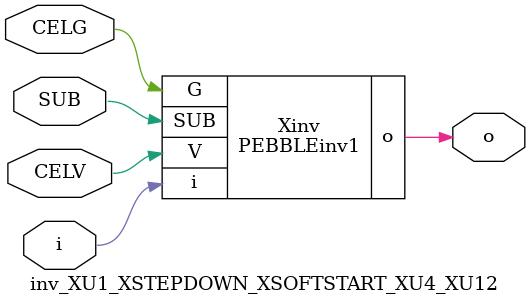
<source format=v>



module PEBBLEinv1 ( o, G, SUB, V, i );

  input V;
  input i;
  input G;
  output o;
  input SUB;
endmodule

//Celera Confidential Do Not Copy inv_XU1_XSTEPDOWN_XSOFTSTART_XU4_XU12
//Celera Confidential Symbol Generator
//5V Inverter
module inv_XU1_XSTEPDOWN_XSOFTSTART_XU4_XU12 (CELV,CELG,i,o,SUB);
input CELV;
input CELG;
input i;
input SUB;
output o;

//Celera Confidential Do Not Copy inv
PEBBLEinv1 Xinv(
.V (CELV),
.i (i),
.o (o),
.SUB (SUB),
.G (CELG)
);
//,diesize,PEBBLEinv1

//Celera Confidential Do Not Copy Module End
//Celera Schematic Generator
endmodule

</source>
